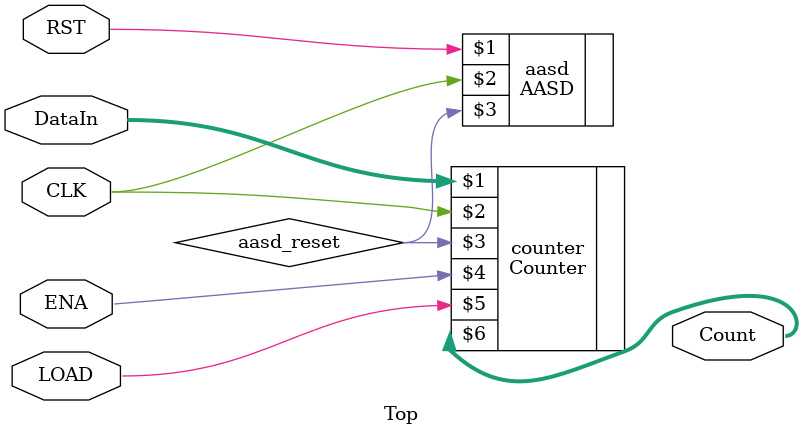
<source format=v>
/***************************************************************************  
 ***                                                                     ***  
 ***    ECE 526L      Adrian Amarilla Gomez, Fall, 2024                  ***  
 ***                                                                     ***  
 ***    LAB6                                                             ***  
 ***                                                                     ***  
 ***************************************************************************  
 ***    Filename: sr_latch.v Created by Adrian, Date 10/20/2024          ***  
 ***    --- Code documentation - 10/20/2024 ---                          ***  
 ***************************************************************************  
 ***    -Top module implementing 8-bit counter and AASD                  ***
 ***************************************************************************/
`timescale 1ns/1ns

module Top(DataIn, CLK, RST, ENA, LOAD, Count);
    input CLK, RST, ENA, LOAD;
    input[7:0] DataIn;
    output[7:0] Count;
    
    wire aasd_reset;// to connect the AASD RST signal with the counter
    //module instantiation
    AASD aasd(RST, CLK, aasd_reset);//Reset synchronizer 
    Counter counter(DataIn, CLK, aasd_reset, ENA, LOAD, Count);
endmodule
</source>
